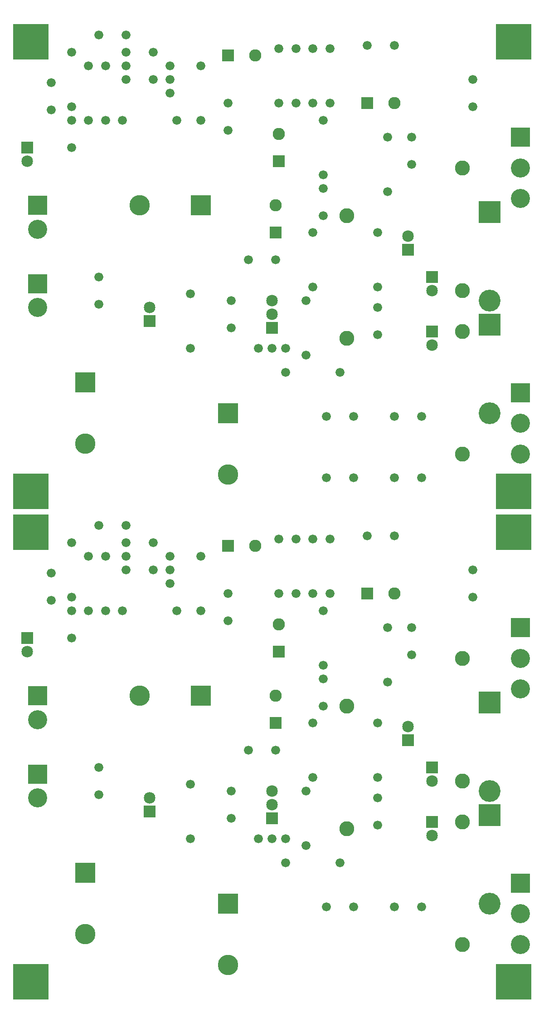
<source format=gts>
G04*
G04 Format:               Gerber RS-274X*
G04 Layer:                TopSolderMask*
G04 This File Name:       5 T-Amp - Stereo.gts*
G04 Source File Name:     5 T-Amp - Stereo.pcb*
G04 Unique ID:            d56d88e7-26f9-4dda-b3b1-e3405f52b982*
G04 Generated Date:       Sunday, 02 June 2024 19:37:13*
G04*
G04 Created Using:        Robot Room Copper Connection v2.7.5443*
G04 Software Contact:     http://www.robotroom.com/CopperConnection/Support.aspx*
G04 License Number:       1685*
G04 Student Edition:      true*
G04*
G04 Zero Suppression:     Leading*
G04 Number Precision:     2.4*
G04*
G04 Polarity:             Negative. Dark is solderable. Clear space is coating.*
G04*
%FSLAX24Y24*%
%MOIN*%
%LNTopSolderMask*%
%ADD10C,.066*%
%ADD11C,.085*%
%ADD12C,.09*%
%ADD13C,.11*%
%ADD14C,.14*%
%ADD15C,.15*%
%ADD16C,.16*%
%ADD17R,.006X.006*%
%ADD18R,.085X.085*%
%ADD19R,.09X.09*%
%ADD20R,.14X.14*%
%ADD21R,.15X.15*%
%ADD22R,.16X.16*%
%ADD23R,.26X.26*%
D10*
G01X18250Y48000D03*
X5750Y64750D03*
Y68750D03*
X7000D03*
Y64750D03*
X22250Y66000D03*
Y70000D03*
X23500Y66000D03*
Y70000D03*
X21000D03*
Y66000D03*
X27750Y63500D03*
Y59500D03*
X27000Y56500D03*
Y52500D03*
X21750Y51500D03*
Y47500D03*
X20250Y46250D03*
X24250D03*
X19750Y70000D03*
Y66000D03*
X23000Y64750D03*
Y60750D03*
X4500Y69750D03*
Y65750D03*
X14000Y68750D03*
Y64750D03*
X8250D03*
X12250D03*
X4500D03*
Y62750D03*
X3000Y65500D03*
Y67500D03*
X10500Y67750D03*
Y69750D03*
X29500Y63500D03*
Y61500D03*
X27000Y51000D03*
Y49000D03*
X19500Y54500D03*
X17500D03*
X23000Y57750D03*
Y59750D03*
X16000Y64000D03*
Y66000D03*
X8500Y71000D03*
X6500D03*
Y53250D03*
Y51250D03*
X22250Y56500D03*
Y52500D03*
X25250Y38500D03*
X23250D03*
X19250Y48000D03*
X20250D03*
X8500Y67750D03*
Y68750D03*
Y69750D03*
X11750Y66750D03*
Y67750D03*
Y68750D03*
X30250Y38500D03*
X16250Y51500D03*
Y49500D03*
X25250Y43000D03*
X23250D03*
X30250D03*
X28250D03*
X34000Y67750D03*
Y65750D03*
X28250Y70250D03*
X26250D03*
X28250Y38500D03*
X13250Y52000D03*
Y48000D03*
X18250Y12000D03*
X19250D03*
X20250D03*
X5750Y28750D03*
Y32750D03*
X7000D03*
Y28750D03*
X22250Y30000D03*
Y34000D03*
X23500Y30000D03*
Y34000D03*
X21000D03*
Y30000D03*
X27750Y27500D03*
Y23500D03*
X27000Y20500D03*
Y16500D03*
X21750Y15500D03*
Y11500D03*
X20250Y10250D03*
X24250D03*
X19750Y34000D03*
Y30000D03*
X23000Y28750D03*
Y24750D03*
X4500Y33750D03*
Y29750D03*
X14000Y32750D03*
Y28750D03*
X8250D03*
X12250D03*
X4500D03*
Y26750D03*
X3000Y29500D03*
Y31500D03*
X10500Y31750D03*
Y33750D03*
X29500Y27500D03*
Y25500D03*
X27000Y15000D03*
Y13000D03*
X19500Y18500D03*
X17500D03*
X23000Y21750D03*
Y23750D03*
X16000Y28000D03*
Y30000D03*
X8500Y35000D03*
X6500D03*
Y17250D03*
Y15250D03*
X22250Y20500D03*
Y16500D03*
X8500Y31750D03*
Y32750D03*
Y33750D03*
X11750Y30750D03*
Y31750D03*
Y32750D03*
X16250Y15500D03*
Y13500D03*
X25250Y7000D03*
X23250D03*
X30250D03*
X28250D03*
X34000Y31750D03*
Y29750D03*
X28250Y34250D03*
X26250D03*
X13250Y16000D03*
Y12000D03*
D11*
X19250Y50500D03*
Y51500D03*
X1250Y61750D03*
X29250Y56250D03*
X31000Y52250D03*
X10250Y51000D03*
X19250Y14500D03*
Y15500D03*
X1250Y25750D03*
X31000Y12250D03*
Y48250D03*
X29250Y20250D03*
X31000Y16250D03*
X10250Y15000D03*
D12*
X18000Y69500D03*
X19500Y58500D03*
X28250Y66000D03*
X19750Y63750D03*
X18000Y33500D03*
X19500Y22500D03*
X28250Y30000D03*
X19750Y27750D03*
D13*
X33250Y49250D03*
Y40250D03*
Y61250D03*
Y52250D03*
X24750Y48750D03*
Y57750D03*
X33250Y13250D03*
Y4250D03*
Y25250D03*
Y16250D03*
X24750Y12750D03*
Y21750D03*
D14*
X2000Y56750D03*
X37500Y42500D03*
Y40250D03*
Y61250D03*
Y59000D03*
X2000Y51000D03*
X37500Y6500D03*
Y4250D03*
X2000Y20750D03*
Y15000D03*
X37500Y25250D03*
Y23000D03*
D15*
X5500Y41000D03*
X16000Y38750D03*
X5500Y5000D03*
X16000Y2750D03*
X9500Y22500D03*
Y58500D03*
D16*
X35250Y7250D03*
Y15500D03*
Y51500D03*
Y43250D03*
D18*
X19250Y49500D03*
X1250Y62750D03*
X29250Y55250D03*
X31000Y49250D03*
Y53250D03*
X10250Y50000D03*
X19250Y13500D03*
X1250Y26750D03*
X31000Y13250D03*
X29250Y19250D03*
X31000Y17250D03*
X10250Y14000D03*
D19*
X16000Y69500D03*
X19500Y56500D03*
X26250Y66000D03*
X19750Y61750D03*
X16000Y33500D03*
X19500Y20500D03*
X26250Y30000D03*
X19750Y25750D03*
D20*
X37500Y44750D03*
X2000Y58500D03*
Y52750D03*
X37500Y63500D03*
Y8750D03*
X2000Y22500D03*
Y16750D03*
X37500Y27500D03*
D21*
X5500Y45500D03*
X16000Y43250D03*
X14000Y58500D03*
X5500Y9500D03*
X16000Y7250D03*
X14000Y22500D03*
D22*
X35250Y13750D03*
Y22000D03*
Y58000D03*
Y49750D03*
D23*
X37000Y70500D03*
X1500D03*
X37000Y37500D03*
X1500D03*
X37000Y34500D03*
X1500D03*
X37000Y1500D03*
X1500D03*
M02*

</source>
